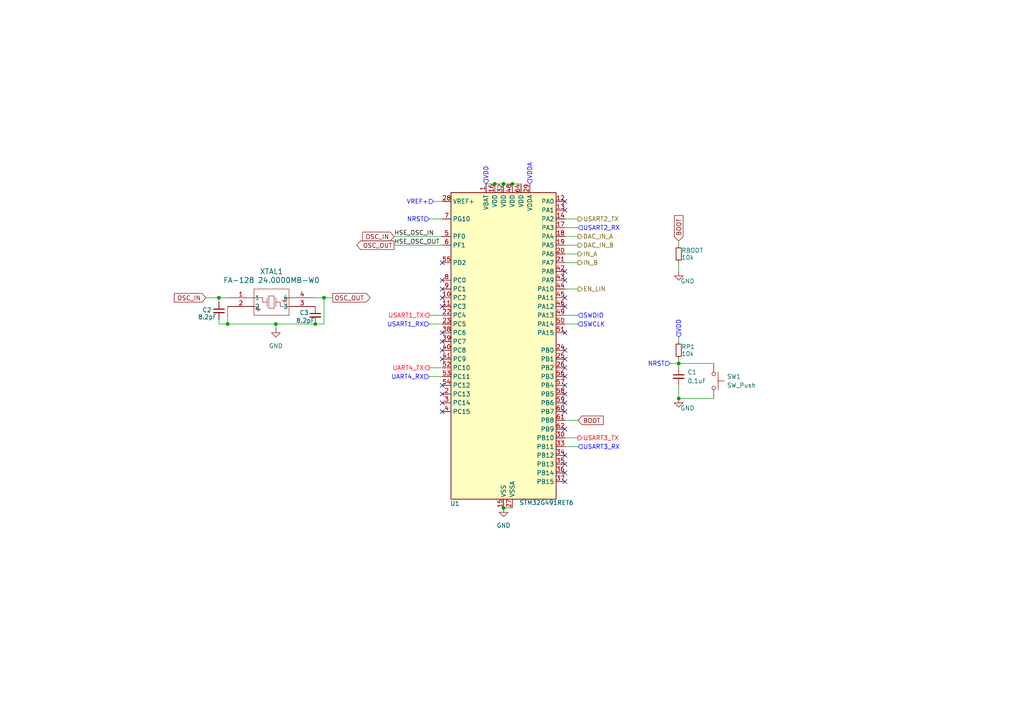
<source format=kicad_sch>
(kicad_sch (version 20231120) (generator "eeschema") (generator_version "8.0")
  (paper "A4")
  (lib_symbols
    (symbol "Device:C_Small" (pin_numbers hide) (pin_names (offset 0.254) hide)
      (property "Reference" "C" (at 0.254 1.778 0))
      (property "Value" "C_Small" (at 0.254 -2.032 0))
      (symbol "C_Small_0_1"
        (polyline (pts (xy -1.524 -0.508) (xy 1.524 -0.508)) (stroke (width 0.3302)))
        (polyline (pts (xy -1.524 0.508) (xy 1.524 0.508)) (stroke (width 0.3048)))
      )
      (symbol "C_Small_1_1"
        (pin passive line (at 0 2.54 270) (length 2.032) (name "~") (number "1"))
        (pin passive line (at 0 -2.54 90) (length 2.032) (name "~") (number "2"))
      )
    )
    (symbol "Device:R_Small" (pin_numbers hide) (pin_names (offset 0.254) hide)
      (property "Reference" "R" (at 0.762 0.508 0))
      (property "Value" "R_Small" (at 0.762 -1.016 0))
      (symbol "R_Small_0_1"
        (rectangle (start -0.762 1.778) (end 0.762 -1.778) (stroke (width 0.2032)))
      )
      (symbol "R_Small_1_1"
        (pin passive line (at 0 2.54 270) (length 0.762) (name "~") (number "1"))
        (pin passive line (at 0 -2.54 90) (length 0.762) (name "~") (number "2"))
      )
    )
    (symbol "FA-128_24.0000MB-W0:FA-128_24.0000MB-W0" (pin_names (offset 0.254))
      (property "Reference" "XTAL" (at 12.7 7.62 0))
      (property "Value" "FA-128 24.0000MB-W0" (at 12.7 5.08 0))
      (symbol "FA-128_24.0000MB-W0_0_1"
        (polyline (pts (xy 7.62 -5.08) (xy 17.78 -5.08)) (stroke (width 0.127)))
        (polyline (pts (xy 7.62 -2.54) (xy 8.89 -2.54)) (stroke (width 0.127)))
        (polyline (pts (xy 7.62 2.54) (xy 7.62 -5.08)) (stroke (width 0.127)))
        (polyline (pts (xy 8.128 -3.302) (xy 9.652 -3.302)) (stroke (width 0.127)))
        (polyline (pts (xy 8.382 -3.556) (xy 9.398 -3.556)) (stroke (width 0.127)))
        (polyline (pts (xy 8.636 -3.81) (xy 9.144 -3.81)) (stroke (width 0.127)))
        (polyline (pts (xy 8.89 -2.54) (xy 8.89 -3.302)) (stroke (width 0.127)))
        (polyline (pts (xy 10.16 -1.27) (xy 10.16 0)) (stroke (width 0.127)))
        (polyline (pts (xy 10.16 0) (xy 7.62 0)) (stroke (width 0.127)))
        (polyline (pts (xy 11.43 -1.27) (xy 10.16 -1.27)) (stroke (width 0.127)))
        (polyline (pts (xy 11.43 0) (xy 11.43 -2.54)) (stroke (width 0.127)))
        (polyline (pts (xy 11.938 -3.048) (xy 13.462 -3.048)) (stroke (width 0.127)))
        (polyline (pts (xy 11.938 0.508) (xy 11.938 -3.048)) (stroke (width 0.127)))
        (polyline (pts (xy 13.462 -3.048) (xy 13.462 0.508)) (stroke (width 0.127)))
        (polyline (pts (xy 13.462 0.508) (xy 11.938 0.508)) (stroke (width 0.127)))
        (polyline (pts (xy 13.97 -1.27) (xy 15.24 -1.27)) (stroke (width 0.127)))
        (polyline (pts (xy 13.97 0) (xy 13.97 -2.54)) (stroke (width 0.127)))
        (polyline (pts (xy 15.24 -2.54) (xy 17.78 -2.54)) (stroke (width 0.127)))
        (polyline (pts (xy 15.24 -1.27) (xy 15.24 -2.54)) (stroke (width 0.127)))
        (polyline (pts (xy 16.51 0) (xy 16.51 -0.762)) (stroke (width 0.127)))
        (polyline (pts (xy 16.764 -1.27) (xy 16.256 -1.27)) (stroke (width 0.127)))
        (polyline (pts (xy 17.018 -1.016) (xy 16.002 -1.016)) (stroke (width 0.127)))
        (polyline (pts (xy 17.272 -0.762) (xy 15.748 -0.762)) (stroke (width 0.127)))
        (polyline (pts (xy 17.78 -5.08) (xy 17.78 2.54)) (stroke (width 0.127)))
        (polyline (pts (xy 17.78 0) (xy 16.51 0)) (stroke (width 0.127)))
        (polyline (pts (xy 17.78 2.54) (xy 7.62 2.54)) (stroke (width 0.127)))
        (pin unspecified line (at 0 0 0) (length 7.62) (name "1") (number "1"))
        (pin power_out line (at 0 -2.54 0) (length 7.62) (name "2") (number "2"))
        (pin unspecified line (at 25.4 -2.54 180) (length 7.62) (name "3") (number "3"))
        (pin power_out line (at 25.4 0 180) (length 7.62) (name "4") (number "4"))
      )
    )
    (symbol "MCU_ST_STM32G4:STM32G491RETx"
      (property "Reference" "U" (at -15.24 46.99 0))
      (property "Value" "STM32G491RETx" (at 10.16 46.99 0))
      (symbol "STM32G491RETx_0_1"
        (rectangle (start -15.24 -43.18) (end 15.24 45.72) (stroke (width 0.254)) (fill (type background)))
      )
      (symbol "STM32G491RETx_1_1"
        (pin power_in line (at -5.08 48.26 270) (length 2.54) (name "VBAT") (number "1"))
        (pin bidirectional line (at -17.78 15.24 0) (length 2.54) (name "PC2") (number "10"))
        (pin bidirectional line (at -17.78 12.7 0) (length 2.54) (name "PC3") (number "11"))
        (pin bidirectional line (at 17.78 43.18 180) (length 2.54) (name "PA0") (number "12"))
        (pin bidirectional line (at 17.78 40.64 180) (length 2.54) (name "PA1") (number "13"))
        (pin bidirectional line (at 17.78 38.1 180) (length 2.54) (name "PA2") (number "14"))
        (pin power_in line (at 0 -45.72 90) (length 2.54) (name "VSS") (number "15"))
        (pin power_in line (at -2.54 48.26 270) (length 2.54) (name "VDD") (number "16"))
        (pin bidirectional line (at 17.78 35.56 180) (length 2.54) (name "PA3") (number "17"))
        (pin bidirectional line (at 17.78 33.02 180) (length 2.54) (name "PA4") (number "18"))
        (pin bidirectional line (at 17.78 30.48 180) (length 2.54) (name "PA5") (number "19"))
        (pin bidirectional line (at -17.78 -12.7 0) (length 2.54) (name "PC13") (number "2"))
        (pin bidirectional line (at 17.78 27.94 180) (length 2.54) (name "PA6") (number "20"))
        (pin bidirectional line (at 17.78 25.4 180) (length 2.54) (name "PA7") (number "21"))
        (pin bidirectional line (at -17.78 10.16 0) (length 2.54) (name "PC4") (number "22"))
        (pin bidirectional line (at -17.78 7.62 0) (length 2.54) (name "PC5") (number "23"))
        (pin bidirectional line (at 17.78 0 180) (length 2.54) (name "PB0") (number "24"))
        (pin bidirectional line (at 17.78 -2.54 180) (length 2.54) (name "PB1") (number "25"))
        (pin bidirectional line (at 17.78 -5.08 180) (length 2.54) (name "PB2") (number "26"))
        (pin power_in line (at 2.54 -45.72 90) (length 2.54) (name "VSSA") (number "27"))
        (pin input line (at -17.78 43.18 0) (length 2.54) (name "VREF+") (number "28"))
        (pin power_in line (at 7.62 48.26 270) (length 2.54) (name "VDDA") (number "29"))
        (pin bidirectional line (at -17.78 -15.24 0) (length 2.54) (name "PC14") (number "3"))
        (pin bidirectional line (at 17.78 -25.4 180) (length 2.54) (name "PB10") (number "30"))
        (pin passive line (at 0 -45.72 90) (length 2.54) hide (name "VSS") (number "31"))
        (pin power_in line (at 0 48.26 270) (length 2.54) (name "VDD") (number "32"))
        (pin bidirectional line (at 17.78 -27.94 180) (length 2.54) (name "PB11") (number "33"))
        (pin bidirectional line (at 17.78 -30.48 180) (length 2.54) (name "PB12") (number "34"))
        (pin bidirectional line (at 17.78 -33.02 180) (length 2.54) (name "PB13") (number "35"))
        (pin bidirectional line (at 17.78 -35.56 180) (length 2.54) (name "PB14") (number "36"))
        (pin bidirectional line (at 17.78 -38.1 180) (length 2.54) (name "PB15") (number "37"))
        (pin bidirectional line (at -17.78 5.08 0) (length 2.54) (name "PC6") (number "38"))
        (pin bidirectional line (at -17.78 2.54 0) (length 2.54) (name "PC7") (number "39"))
        (pin bidirectional line (at -17.78 -17.78 0) (length 2.54) (name "PC15") (number "4"))
        (pin bidirectional line (at -17.78 0 0) (length 2.54) (name "PC8") (number "40"))
        (pin bidirectional line (at -17.78 -2.54 0) (length 2.54) (name "PC9") (number "41"))
        (pin bidirectional line (at 17.78 22.86 180) (length 2.54) (name "PA8") (number "42"))
        (pin bidirectional line (at 17.78 20.32 180) (length 2.54) (name "PA9") (number "43"))
        (pin bidirectional line (at 17.78 17.78 180) (length 2.54) (name "PA10") (number "44"))
        (pin bidirectional line (at 17.78 15.24 180) (length 2.54) (name "PA11") (number "45"))
        (pin bidirectional line (at 17.78 12.7 180) (length 2.54) (name "PA12") (number "46"))
        (pin passive line (at 0 -45.72 90) (length 2.54) hide (name "VSS") (number "47"))
        (pin power_in line (at 2.54 48.26 270) (length 2.54) (name "VDD") (number "48"))
        (pin bidirectional line (at 17.78 10.16 180) (length 2.54) (name "PA13") (number "49"))
        (pin bidirectional line (at -17.78 33.02 0) (length 2.54) (name "PF0") (number "5"))
        (pin bidirectional line (at 17.78 7.62 180) (length 2.54) (name "PA14") (number "50"))
        (pin bidirectional line (at 17.78 5.08 180) (length 2.54) (name "PA15") (number "51"))
        (pin bidirectional line (at -17.78 -5.08 0) (length 2.54) (name "PC10") (number "52"))
        (pin bidirectional line (at -17.78 -7.62 0) (length 2.54) (name "PC11") (number "53"))
        (pin bidirectional line (at -17.78 -10.16 0) (length 2.54) (name "PC12") (number "54"))
        (pin bidirectional line (at -17.78 25.4 0) (length 2.54) (name "PD2") (number "55"))
        (pin bidirectional line (at 17.78 -7.62 180) (length 2.54) (name "PB3") (number "56"))
        (pin bidirectional line (at 17.78 -10.16 180) (length 2.54) (name "PB4") (number "57"))
        (pin bidirectional line (at 17.78 -12.7 180) (length 2.54) (name "PB5") (number "58"))
        (pin bidirectional line (at 17.78 -15.24 180) (length 2.54) (name "PB6") (number "59"))
        (pin bidirectional line (at -17.78 30.48 0) (length 2.54) (name "PF1") (number "6"))
        (pin bidirectional line (at 17.78 -17.78 180) (length 2.54) (name "PB7") (number "60"))
        (pin bidirectional line (at 17.78 -20.32 180) (length 2.54) (name "PB8") (number "61"))
        (pin bidirectional line (at 17.78 -22.86 180) (length 2.54) (name "PB9") (number "62"))
        (pin passive line (at 0 -45.72 90) (length 2.54) hide (name "VSS") (number "63"))
        (pin power_in line (at 5.08 48.26 270) (length 2.54) (name "VDD") (number "64"))
        (pin bidirectional line (at -17.78 38.1 0) (length 2.54) (name "PG10") (number "7"))
        (pin bidirectional line (at -17.78 20.32 0) (length 2.54) (name "PC0") (number "8"))
        (pin bidirectional line (at -17.78 17.78 0) (length 2.54) (name "PC1") (number "9"))
      )
    )
    (symbol "Switch:SW_Push" (pin_numbers hide) (pin_names (offset 1.016) hide)
      (property "Reference" "SW" (at 1.27 2.54 0))
      (property "Value" "SW_Push" (at 0 -1.524 0))
      (symbol "SW_Push_0_1"
        (circle (center -2.032 0) (radius 0.508))
        (polyline (pts (xy 0 1.27) (xy 0 3.048)))
        (polyline (pts (xy 2.54 1.27) (xy -2.54 1.27)))
        (circle (center 2.032 0) (radius 0.508))
        (pin passive line (at -5.08 0 0) (length 2.54) (name "1") (number "1"))
        (pin passive line (at 5.08 0 180) (length 2.54) (name "2") (number "2"))
      )
    )
    (symbol "power:GND" (power) (pin_numbers hide) (pin_names (offset 0) hide)
      (property "Value" "GND" (at 0 -3.81 0))
      (symbol "GND_0_1"
        (polyline (pts (xy 0 0) (xy 0 -1.27) (xy 1.27 -1.27) (xy 0 -2.54) (xy -1.27 -1.27) (xy 0 -1.27)))
      )
      (symbol "GND_1_1"
        (pin power_in line (at 0 0 270) (length 0) (name "~") (number "1"))
      )
    )
  )
  (junction (at 196.85 115.57))
  (junction (at 196.85 105.41))
  (junction (at 143.51 53.34))
  (junction (at 63.5 86.36))
  (junction (at 80.01 93.98))
  (junction (at 66.04 93.98))
  (junction (at 93.98 86.36))
  (junction (at 91.44 93.98))
  (junction (at 146.05 53.34))
  (junction (at 146.05 147.32))
  (junction (at 148.59 53.34))
  (no_connect (at 163.83 88.9))
  (no_connect (at 163.83 109.22))
  (no_connect (at 163.83 111.76))
  (no_connect (at 163.83 124.46))
  (no_connect (at 163.83 134.62))
  (no_connect (at 128.27 116.84))
  (no_connect (at 128.27 96.52))
  (no_connect (at 163.83 106.68))
  (no_connect (at 163.83 132.08))
  (no_connect (at 163.83 104.14))
  (no_connect (at 128.27 99.06))
  (no_connect (at 128.27 111.76))
  (no_connect (at 128.27 114.3))
  (no_connect (at 128.27 76.2))
  (no_connect (at 163.83 86.36))
  (no_connect (at 128.27 83.82))
  (no_connect (at 163.83 78.74))
  (no_connect (at 128.27 104.14))
  (no_connect (at 163.83 58.42))
  (no_connect (at 128.27 81.28))
  (no_connect (at 128.27 88.9))
  (no_connect (at 163.83 114.3))
  (no_connect (at 128.27 86.36))
  (no_connect (at 163.83 137.16))
  (no_connect (at 163.83 116.84))
  (no_connect (at 163.83 60.96))
  (no_connect (at 163.83 139.7))
  (no_connect (at 128.27 119.38))
  (no_connect (at 163.83 101.6))
  (no_connect (at 163.83 96.52))
  (no_connect (at 128.27 101.6))
  (no_connect (at 163.83 119.38))
  (no_connect (at 163.83 81.28))
  (wire (pts (xy 63.5 92.71) (xy 63.5 93.98)))
  (wire (pts (xy 163.83 76.2) (xy 167.64 76.2)))
  (wire (pts (xy 80.01 93.98) (xy 80.01 95.25)))
  (wire (pts (xy 163.83 121.92) (xy 167.64 121.92)))
  (wire (pts (xy 146.05 147.32) (xy 148.59 147.32)))
  (wire (pts (xy 114.3 68.58) (xy 128.27 68.58)))
  (wire (pts (xy 194.31 105.41) (xy 196.85 105.41)))
  (wire (pts (xy 163.83 83.82) (xy 167.64 83.82)))
  (wire (pts (xy 196.85 115.57) (xy 207.01 115.57)))
  (wire (pts (xy 163.83 91.44) (xy 167.64 91.44)))
  (wire (pts (xy 163.83 93.98) (xy 167.64 93.98)))
  (wire (pts (xy 163.83 127) (xy 167.64 127)))
  (wire (pts (xy 93.98 86.36) (xy 91.44 86.36)))
  (wire (pts (xy 196.85 76.2) (xy 196.85 78.74)))
  (wire (pts (xy 163.83 68.58) (xy 167.64 68.58)))
  (wire (pts (xy 66.04 88.9) (xy 66.04 93.98)))
  (wire (pts (xy 63.5 87.63) (xy 63.5 86.36)))
  (wire (pts (xy 63.5 93.98) (xy 66.04 93.98)))
  (wire (pts (xy 163.83 73.66) (xy 167.64 73.66)))
  (wire (pts (xy 140.97 53.34) (xy 143.51 53.34)))
  (wire (pts (xy 91.44 93.98) (xy 93.98 93.98)))
  (wire (pts (xy 163.83 129.54) (xy 167.64 129.54)))
  (wire (pts (xy 196.85 97.79) (xy 196.85 99.06)))
  (wire (pts (xy 63.5 86.36) (xy 66.04 86.36)))
  (wire (pts (xy 148.59 53.34) (xy 151.13 53.34)))
  (wire (pts (xy 93.98 93.98) (xy 93.98 86.36)))
  (wire (pts (xy 114.3 71.12) (xy 128.27 71.12)))
  (wire (pts (xy 66.04 93.98) (xy 80.01 93.98)))
  (wire (pts (xy 163.83 66.04) (xy 167.64 66.04)))
  (wire (pts (xy 163.83 71.12) (xy 167.64 71.12)))
  (wire (pts (xy 163.83 63.5) (xy 167.64 63.5)))
  (wire (pts (xy 196.85 69.85) (xy 196.85 71.12)))
  (wire (pts (xy 80.01 93.98) (xy 91.44 93.98)))
  (wire (pts (xy 196.85 115.57) (xy 196.85 111.76)))
  (wire (pts (xy 124.46 109.22) (xy 128.27 109.22)))
  (wire (pts (xy 143.51 53.34) (xy 146.05 53.34)))
  (wire (pts (xy 124.46 63.5) (xy 128.27 63.5)))
  (wire (pts (xy 124.46 93.98) (xy 128.27 93.98)))
  (wire (pts (xy 196.85 105.41) (xy 196.85 106.68)))
  (wire (pts (xy 207.01 105.41) (xy 196.85 105.41)))
  (wire (pts (xy 146.05 53.34) (xy 148.59 53.34)))
  (wire (pts (xy 59.69 86.36) (xy 63.5 86.36)))
  (wire (pts (xy 124.46 106.68) (xy 128.27 106.68)))
  (wire (pts (xy 124.46 91.44) (xy 128.27 91.44)))
  (wire (pts (xy 125.73 58.42) (xy 128.27 58.42)))
  (wire (pts (xy 93.98 86.36) (xy 96.52 86.36)))
  (wire (pts (xy 196.85 104.14) (xy 196.85 105.41)))
  (label "HSE_OSC_IN" (at 114.3 68.58 0))
  (label "HSE_OSC_OUT" (at 114.3 71.12 0))
  (global_label "BOOT" (shape input) (at 167.64 121.92 0) (property "Intersheetrefs" "${INTERSHEET_REFS}" (effects (hide yes))))
  (global_label "OSC_IN" (shape input) (at 59.69 86.36 180) (property "Intersheetrefs" "${INTERSHEET_REFS}" (effects (hide yes))))
  (global_label "BOOT" (shape input) (at 196.85 69.85 90) (property "Intersheetrefs" "${INTERSHEET_REFS}" (effects (hide yes))))
  (global_label "OSC_IN" (shape input) (at 114.3 68.58 180) (property "Intersheetrefs" "${INTERSHEET_REFS}" (effects (hide yes))))
  (global_label "OSC_OUT" (shape output) (at 96.52 86.36 0) (property "Intersheetrefs" "${INTERSHEET_REFS}" (effects (hide yes))))
  (global_label "OSC_OUT" (shape output) (at 114.3 71.12 180) (property "Intersheetrefs" "${INTERSHEET_REFS}" (effects (hide yes))))
  (hierarchical_label "USART3_RX" (shape input) (at 167.64 129.54 0))
  (hierarchical_label "IN_B" (shape output) (at 167.64 76.2 0))
  (hierarchical_label "IN_A" (shape output) (at 167.64 73.66 0))
  (hierarchical_label "USART1_RX" (shape input) (at 124.46 93.98 180))
  (hierarchical_label "VDD" (shape input) (at 196.85 97.79 90))
  (hierarchical_label "SWDIO" (shape input) (at 167.64 91.44 0))
  (hierarchical_label "NRST" (shape input) (at 124.46 63.5 180))
  (hierarchical_label "VDD" (shape input) (at 140.97 53.34 90))
  (hierarchical_label "VREF+" (shape input) (at 125.73 58.42 180))
  (hierarchical_label "DAC_IN_B" (shape output) (at 167.64 71.12 0))
  (hierarchical_label "SWCLK" (shape input) (at 167.64 93.98 0))
  (hierarchical_label "USART3_TX" (shape output) (at 167.64 127 0))
  (hierarchical_label "USART2_TX" (shape output) (at 167.64 63.5 0))
  (hierarchical_label "USART1_TX" (shape output) (at 124.46 91.44 180))
  (hierarchical_label "NRST" (shape input) (at 194.31 105.41 180))
  (hierarchical_label "VDDA" (shape input) (at 153.67 53.34 90))
  (hierarchical_label "UART4_RX" (shape input) (at 124.46 109.22 180))
  (hierarchical_label "EN_LIN" (shape output) (at 167.64 83.82 0))
  (hierarchical_label "UART4_TX" (shape output) (at 124.46 106.68 180))
  (hierarchical_label "DAC_IN_A" (shape output) (at 167.64 68.58 0))
  (hierarchical_label "USART2_RX" (shape input) (at 167.64 66.04 0))
  (symbol (lib_id "Device:R_Small") (at 196.85 73.66 0) (unit 1)
    (property "Reference" "RBOOT" (at 197.612 72.644 0) (effects (justify left)))
    (property "Value" "10k" (at 197.612 74.676 0) (effects (justify left)))
    (property "Description" "Resistor, small symbol" (effects (hide yes)))
  )
  (symbol (lib_id "Device:R_Small") (at 196.85 101.6 0) (unit 1)
    (property "Reference" "RP1" (at 197.612 100.584 0) (effects (justify left)))
    (property "Value" "10k" (at 197.612 102.616 0) (effects (justify left)))
    (property "Description" "Resistor, small symbol" (effects (hide yes)))
  )
  (symbol (lib_id "FA-128_24.0000MB-W0:FA-128_24.0000MB-W0") (at 66.04 86.36 0) (unit 1)
    (property "Reference" "XTAL1" (at 78.74 78.74 0) (effects (font (size 1.524 1.524))))
    (property "Value" "FA-128 24.0000MB-W0" (at 78.74 81.28 0) (effects (font (size 1.524 1.524))))
    (property "Footprint" "FA-128_2x1p6_SEC" (effects (hide yes)))
    (property "Datasheet" "FA-128 24.0000MB-W0" (effects (hide yes)))
  )
  (symbol (lib_id "Device:C_Small") (at 91.44 91.44 0) (unit 1)
    (property "Reference" "C3" (at 86.868 90.678 0) (effects (justify left)))
    (property "Value" "8.2pF" (at 85.852 92.964 0) (effects (justify left)))
    (property "Description" "Unpolarized capacitor, small symbol" (effects (hide yes)))
  )
  (symbol (lib_id "Device:C_Small") (at 63.5 90.17 0) (unit 1)
    (property "Reference" "C2" (at 58.674 89.916 0) (effects (justify left)))
    (property "Value" "8.2pF" (at 57.404 91.948 0) (effects (justify left)))
    (property "Description" "Unpolarized capacitor, small symbol" (effects (hide yes)))
  )
  (symbol (lib_id "power:GND") (at 196.85 78.74 0) (unit 1)
    (property "Reference" "#PWR017" (effects (hide yes)))
    (property "Value" "GND" (at 199.39 81.534 0))
    (property "Description" "Power symbol creates a global label with name \"GND\" , ground" (effects (hide yes)))
  )
  (symbol (lib_id "MCU_ST_STM32G4:STM32G491RETx") (at 146.05 101.6 0) (unit 1)
    (property "Reference" "U1" (at 130.556 146.05 0) (effects (justify left)))
    (property "Value" "STM32G491RET6" (at 150.622 145.796 0) (effects (justify left)))
    (property "Footprint" "Package_QFP:LQFP-64_10x10mm_P0.5mm" (effects (hide yes)))
    (property "Datasheet" "https://www.st.com/resource/en/datasheet/stm32g491re.pdf" (effects (hide yes)))
    (property "Description" "STMicroelectronics Arm Cortex-M4 MCU, 512KB flash, 112KB RAM, 170 MHz, 1.71-3.6V, 52 GPIO, LQFP64" (effects (hide yes)))
  )
  (symbol (lib_id "power:GND") (at 146.05 147.32 0) (unit 1)
    (property "Reference" "#PWR011" (effects (hide yes)))
    (property "Value" "GND" (at 146.05 152.4 0))
    (property "Description" "Power symbol creates a global label with name \"GND\" , ground" (effects (hide yes)))
  )
  (symbol (lib_id "Switch:SW_Push") (at 207.01 110.49 270) (unit 1)
    (property "Reference" "SW1" (at 210.82 109.2199 90) (effects (justify left)))
    (property "Value" "SW_Push" (at 210.82 111.7599 90) (effects (justify left)))
    (property "Description" "Push button switch, generic, two pins" (effects (hide yes)))
  )
  (symbol (lib_id "power:GND") (at 196.85 115.57 0) (unit 1)
    (property "Reference" "#PWR013" (effects (hide yes)))
    (property "Value" "GND" (at 199.39 118.364 0))
    (property "Description" "Power symbol creates a global label with name \"GND\" , ground" (effects (hide yes)))
  )
  (symbol (lib_id "power:GND") (at 80.01 95.25 0) (unit 1)
    (property "Reference" "#PWR012" (effects (hide yes)))
    (property "Value" "GND" (at 80.01 100.33 0))
    (property "Description" "Power symbol creates a global label with name \"GND\" , ground" (effects (hide yes)))
  )
  (symbol (lib_id "Device:C_Small") (at 196.85 109.22 0) (unit 1)
    (property "Reference" "C1" (at 199.39 107.9562 0) (effects (justify left)))
    (property "Value" "0.1uF" (at 199.39 110.4962 0) (effects (justify left)))
    (property "Description" "Unpolarized capacitor, small symbol" (effects (hide yes)))
  )
)
</source>
